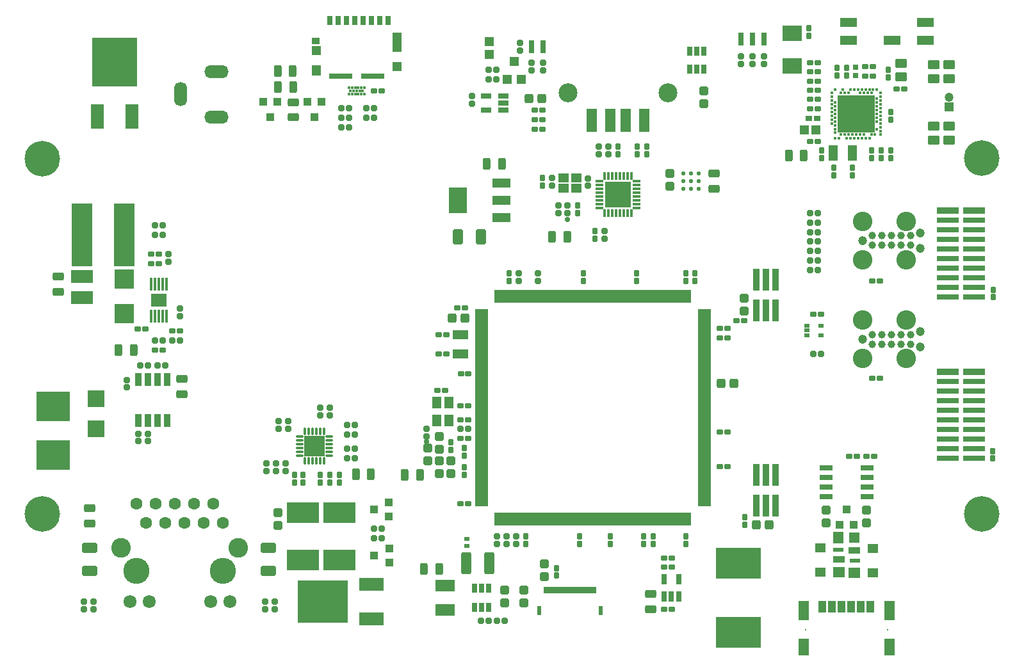
<source format=gts>
G04*
G04 #@! TF.GenerationSoftware,Altium Limited,Altium Designer,19.1.8 (144)*
G04*
G04 Layer_Color=8388736*
%FSLAX25Y25*%
%MOIN*%
G70*
G01*
G75*
%ADD11C,0.00787*%
%ADD122R,0.19488X0.19488*%
%ADD123C,0.01476*%
G04:AMPARAMS|DCode=124|XSize=15.75mil|YSize=37.4mil|CornerRadius=4.92mil|HoleSize=0mil|Usage=FLASHONLY|Rotation=90.000|XOffset=0mil|YOffset=0mil|HoleType=Round|Shape=RoundedRectangle|*
%AMROUNDEDRECTD124*
21,1,0.01575,0.02756,0,0,90.0*
21,1,0.00591,0.03740,0,0,90.0*
1,1,0.00984,0.01378,0.00295*
1,1,0.00984,0.01378,-0.00295*
1,1,0.00984,-0.01378,-0.00295*
1,1,0.00984,-0.01378,0.00295*
%
%ADD124ROUNDEDRECTD124*%
%ADD125R,0.10630X0.10630*%
G04:AMPARAMS|DCode=126|XSize=15.75mil|YSize=37.4mil|CornerRadius=4.92mil|HoleSize=0mil|Usage=FLASHONLY|Rotation=180.000|XOffset=0mil|YOffset=0mil|HoleType=Round|Shape=RoundedRectangle|*
%AMROUNDEDRECTD126*
21,1,0.01575,0.02756,0,0,180.0*
21,1,0.00591,0.03740,0,0,180.0*
1,1,0.00984,-0.00295,0.01378*
1,1,0.00984,0.00295,0.01378*
1,1,0.00984,0.00295,-0.01378*
1,1,0.00984,-0.00295,-0.01378*
%
%ADD126ROUNDEDRECTD126*%
%ADD127R,0.05524X0.03162*%
%ADD128R,0.03162X0.05524*%
%ADD129C,0.02178*%
%ADD130R,0.04737X0.04737*%
%ADD131R,0.01900X0.06600*%
%ADD132R,0.06600X0.01900*%
%ADD133R,0.03300X0.11400*%
%ADD134R,0.04147X0.04147*%
%ADD135R,0.05820X0.05820*%
%ADD136R,0.06115X0.03556*%
%ADD137R,0.05524X0.02375*%
%ADD138R,0.05820X0.05918*%
%ADD139R,0.06056X0.05328*%
%ADD140R,0.06056X0.05721*%
%ADD141R,0.03162X0.02375*%
G04:AMPARAMS|DCode=142|XSize=27.69mil|YSize=31.62mil|CornerRadius=5.97mil|HoleSize=0mil|Usage=FLASHONLY|Rotation=270.000|XOffset=0mil|YOffset=0mil|HoleType=Round|Shape=RoundedRectangle|*
%AMROUNDEDRECTD142*
21,1,0.02769,0.01968,0,0,270.0*
21,1,0.01575,0.03162,0,0,270.0*
1,1,0.01194,-0.00984,-0.00787*
1,1,0.01194,-0.00984,0.00787*
1,1,0.01194,0.00984,0.00787*
1,1,0.01194,0.00984,-0.00787*
%
%ADD142ROUNDEDRECTD142*%
%ADD143R,0.01824X0.04186*%
%ADD144R,0.05209X0.12139*%
G04:AMPARAMS|DCode=145|XSize=59.18mil|YSize=39.5mil|CornerRadius=7.94mil|HoleSize=0mil|Usage=FLASHONLY|Rotation=90.000|XOffset=0mil|YOffset=0mil|HoleType=Round|Shape=RoundedRectangle|*
%AMROUNDEDRECTD145*
21,1,0.05918,0.02362,0,0,90.0*
21,1,0.04331,0.03950,0,0,90.0*
1,1,0.01587,0.01181,0.02165*
1,1,0.01587,0.01181,-0.02165*
1,1,0.01587,-0.01181,-0.02165*
1,1,0.01587,-0.01181,0.02165*
%
%ADD145ROUNDEDRECTD145*%
%ADD146C,0.01666*%
G04:AMPARAMS|DCode=147|XSize=78.87mil|YSize=53.28mil|CornerRadius=9.66mil|HoleSize=0mil|Usage=FLASHONLY|Rotation=180.000|XOffset=0mil|YOffset=0mil|HoleType=Round|Shape=RoundedRectangle|*
%AMROUNDEDRECTD147*
21,1,0.07887,0.03396,0,0,180.0*
21,1,0.05955,0.05328,0,0,180.0*
1,1,0.01932,-0.02977,0.01698*
1,1,0.01932,0.02977,0.01698*
1,1,0.01932,0.02977,-0.01698*
1,1,0.01932,-0.02977,-0.01698*
%
%ADD147ROUNDEDRECTD147*%
%ADD148R,0.17493X0.15800*%
%ADD149R,0.12257X0.02965*%
%ADD150R,0.02769X0.04737*%
%ADD151R,0.03871X0.03635*%
%ADD152R,0.04934X0.05524*%
%ADD153R,0.04934X0.05131*%
%ADD154R,0.04934X0.04934*%
%ADD155R,0.04934X0.10209*%
%ADD156R,0.08674X0.08674*%
%ADD157R,0.04737X0.05131*%
G04:AMPARAMS|DCode=158|XSize=27.69mil|YSize=31.62mil|CornerRadius=5.97mil|HoleSize=0mil|Usage=FLASHONLY|Rotation=0.000|XOffset=0mil|YOffset=0mil|HoleType=Round|Shape=RoundedRectangle|*
%AMROUNDEDRECTD158*
21,1,0.02769,0.01968,0,0,0.0*
21,1,0.01575,0.03162,0,0,0.0*
1,1,0.01194,0.00787,-0.00984*
1,1,0.01194,-0.00787,-0.00984*
1,1,0.01194,-0.00787,0.00984*
1,1,0.01194,0.00787,0.00984*
%
%ADD158ROUNDEDRECTD158*%
%ADD159R,0.03162X0.05131*%
%ADD160R,0.23635X0.25210*%
%ADD161R,0.07099X0.12611*%
%ADD162R,0.03950X0.06312*%
%ADD163R,0.05524X0.09147*%
%ADD164R,0.05524X0.10249*%
%ADD165R,0.11036X0.33084*%
%ADD166R,0.12611X0.07099*%
%ADD167R,0.26391X0.22453*%
%ADD168R,0.04343X0.03950*%
%ADD169R,0.03162X0.02454*%
%ADD170R,0.10249X0.06312*%
%ADD171R,0.03162X0.05131*%
%ADD172R,0.04186X0.01824*%
%ADD173R,0.13792X0.13792*%
%ADD174R,0.09265X0.04540*%
%ADD175R,0.09265X0.13595*%
%ADD176R,0.07887X0.04737*%
%ADD177R,0.04737X0.07887*%
%ADD178R,0.05524X0.04737*%
%ADD179R,0.02965X0.02965*%
%ADD180R,0.16548X0.10642*%
%ADD181R,0.10249X0.08280*%
G04:AMPARAMS|DCode=182|XSize=59.18mil|YSize=39.5mil|CornerRadius=7.94mil|HoleSize=0mil|Usage=FLASHONLY|Rotation=180.000|XOffset=0mil|YOffset=0mil|HoleType=Round|Shape=RoundedRectangle|*
%AMROUNDEDRECTD182*
21,1,0.05918,0.02362,0,0,180.0*
21,1,0.04331,0.03950,0,0,180.0*
1,1,0.01587,-0.02165,0.01181*
1,1,0.01587,0.02165,0.01181*
1,1,0.01587,0.02165,-0.01181*
1,1,0.01587,-0.02165,-0.01181*
%
%ADD182ROUNDEDRECTD182*%
G04:AMPARAMS|DCode=183|XSize=63.12mil|YSize=47.37mil|CornerRadius=8.92mil|HoleSize=0mil|Usage=FLASHONLY|Rotation=180.000|XOffset=0mil|YOffset=0mil|HoleType=Round|Shape=RoundedRectangle|*
%AMROUNDEDRECTD183*
21,1,0.06312,0.02953,0,0,180.0*
21,1,0.04528,0.04737,0,0,180.0*
1,1,0.01784,-0.02264,0.01476*
1,1,0.01784,0.02264,0.01476*
1,1,0.01784,0.02264,-0.01476*
1,1,0.01784,-0.02264,-0.01476*
%
%ADD183ROUNDEDRECTD183*%
%ADD184R,0.04934X0.04737*%
%ADD185R,0.03753X0.03162*%
%ADD186R,0.11306X0.02959*%
%ADD187R,0.11400X0.03300*%
%ADD188R,0.23792X0.16312*%
%ADD189R,0.05131X0.05918*%
%ADD190R,0.03950X0.04343*%
G04:AMPARAMS|DCode=191|XSize=47.37mil|YSize=43.43mil|CornerRadius=8.43mil|HoleSize=0mil|Usage=FLASHONLY|Rotation=90.000|XOffset=0mil|YOffset=0mil|HoleType=Round|Shape=RoundedRectangle|*
%AMROUNDEDRECTD191*
21,1,0.04737,0.02657,0,0,90.0*
21,1,0.03051,0.04343,0,0,90.0*
1,1,0.01686,0.01329,0.01526*
1,1,0.01686,0.01329,-0.01526*
1,1,0.01686,-0.01329,-0.01526*
1,1,0.01686,-0.01329,0.01526*
%
%ADD191ROUNDEDRECTD191*%
G04:AMPARAMS|DCode=192|XSize=47.37mil|YSize=43.43mil|CornerRadius=8.43mil|HoleSize=0mil|Usage=FLASHONLY|Rotation=0.000|XOffset=0mil|YOffset=0mil|HoleType=Round|Shape=RoundedRectangle|*
%AMROUNDEDRECTD192*
21,1,0.04737,0.02657,0,0,0.0*
21,1,0.03051,0.04343,0,0,0.0*
1,1,0.01686,0.01526,-0.01329*
1,1,0.01686,-0.01526,-0.01329*
1,1,0.01686,-0.01526,0.01329*
1,1,0.01686,0.01526,0.01329*
%
%ADD192ROUNDEDRECTD192*%
%ADD193R,0.02769X0.03556*%
G04:AMPARAMS|DCode=194|XSize=31.62mil|YSize=31.62mil|CornerRadius=6.36mil|HoleSize=0mil|Usage=FLASHONLY|Rotation=0.000|XOffset=0mil|YOffset=0mil|HoleType=Round|Shape=RoundedRectangle|*
%AMROUNDEDRECTD194*
21,1,0.03162,0.01890,0,0,0.0*
21,1,0.01890,0.03162,0,0,0.0*
1,1,0.01272,0.00945,-0.00945*
1,1,0.01272,-0.00945,-0.00945*
1,1,0.01272,-0.00945,0.00945*
1,1,0.01272,0.00945,0.00945*
%
%ADD194ROUNDEDRECTD194*%
%ADD195R,0.05721X0.04658*%
%ADD196R,0.09855X0.09855*%
%ADD197R,0.08674X0.04737*%
G04:AMPARAMS|DCode=198|XSize=78.87mil|YSize=53.28mil|CornerRadius=9.66mil|HoleSize=0mil|Usage=FLASHONLY|Rotation=270.000|XOffset=0mil|YOffset=0mil|HoleType=Round|Shape=RoundedRectangle|*
%AMROUNDEDRECTD198*
21,1,0.07887,0.03396,0,0,270.0*
21,1,0.05955,0.05328,0,0,270.0*
1,1,0.01932,-0.01698,-0.02977*
1,1,0.01932,-0.01698,0.02977*
1,1,0.01932,0.01698,0.02977*
1,1,0.01932,0.01698,-0.02977*
%
%ADD198ROUNDEDRECTD198*%
G04:AMPARAMS|DCode=199|XSize=31.62mil|YSize=31.62mil|CornerRadius=6.36mil|HoleSize=0mil|Usage=FLASHONLY|Rotation=90.000|XOffset=0mil|YOffset=0mil|HoleType=Round|Shape=RoundedRectangle|*
%AMROUNDEDRECTD199*
21,1,0.03162,0.01890,0,0,90.0*
21,1,0.01890,0.03162,0,0,90.0*
1,1,0.01272,0.00945,0.00945*
1,1,0.01272,0.00945,-0.00945*
1,1,0.01272,-0.00945,-0.00945*
1,1,0.01272,-0.00945,0.00945*
%
%ADD199ROUNDEDRECTD199*%
%ADD200C,0.03900*%
%ADD201R,0.01981X0.03556*%
%ADD202R,0.01981X0.04737*%
%ADD203R,0.06902X0.03162*%
G04:AMPARAMS|DCode=204|XSize=114.3mil|YSize=53.28mil|CornerRadius=9.66mil|HoleSize=0mil|Usage=FLASHONLY|Rotation=270.000|XOffset=0mil|YOffset=0mil|HoleType=Round|Shape=RoundedRectangle|*
%AMROUNDEDRECTD204*
21,1,0.11430,0.03396,0,0,270.0*
21,1,0.09498,0.05328,0,0,270.0*
1,1,0.01932,-0.01698,-0.04749*
1,1,0.01932,-0.01698,0.04749*
1,1,0.01932,0.01698,0.04749*
1,1,0.01932,0.01698,-0.04749*
%
%ADD204ROUNDEDRECTD204*%
%ADD205R,0.11430X0.07099*%
%ADD206R,0.08202X0.06981*%
%ADD207R,0.01732X0.06850*%
%ADD208R,0.03556X0.06902*%
%ADD209C,0.18517*%
%ADD210C,0.06784*%
%ADD211C,0.10249*%
%ADD212C,0.13595*%
%ADD213C,0.06312*%
%ADD214C,0.00800*%
%ADD215C,0.04737*%
%ADD216C,0.09855*%
%ADD217C,0.04700*%
%ADD218C,0.10150*%
%ADD219O,0.06737X0.12674*%
%ADD220O,0.12674X0.06737*%
%ADD221C,0.02769*%
%ADD222C,0.01981*%
D11*
X175197Y295000D02*
G03*
X175197Y295000I-197J0D01*
G01*
X176772D02*
G03*
X176772Y295000I-197J0D01*
G01*
X178347D02*
G03*
X178347Y295000I-197J0D01*
G01*
X172047D02*
G03*
X172047Y295000I-197J0D01*
G01*
X173622D02*
G03*
X173622Y295000I-197J0D01*
G01*
X179134Y293425D02*
G03*
X179134Y293425I-197J0D01*
G01*
X177559D02*
G03*
X177559Y293425I-197J0D01*
G01*
X175984D02*
G03*
X175984Y293425I-197J0D01*
G01*
X174409D02*
G03*
X174409Y293425I-197J0D01*
G01*
X172835D02*
G03*
X172835Y293425I-197J0D01*
G01*
X171260D02*
G03*
X171260Y293425I-197J0D01*
G01*
X179134Y296575D02*
G03*
X179134Y296575I-197J0D01*
G01*
X177559D02*
G03*
X177559Y296575I-197J0D01*
G01*
X175984D02*
G03*
X175984Y296575I-197J0D01*
G01*
X174409D02*
G03*
X174409Y296575I-197J0D01*
G01*
X172835D02*
G03*
X172835Y296575I-197J0D01*
G01*
X171260D02*
G03*
X171260Y296575I-197J0D01*
G01*
D122*
X435000Y283000D02*
D03*
D123*
X447795Y293827D02*
D03*
Y291858D02*
D03*
Y289890D02*
D03*
Y287921D02*
D03*
Y285953D02*
D03*
Y283984D02*
D03*
Y282016D02*
D03*
Y280047D02*
D03*
Y278079D02*
D03*
Y276110D02*
D03*
Y274142D02*
D03*
Y272173D02*
D03*
X445827Y295795D02*
D03*
Y290874D02*
D03*
Y288906D02*
D03*
Y286937D02*
D03*
Y284968D02*
D03*
Y283000D02*
D03*
Y281031D02*
D03*
Y279063D02*
D03*
Y275126D02*
D03*
X444842Y272173D02*
D03*
X443858Y295795D02*
D03*
X442874Y293827D02*
D03*
Y272173D02*
D03*
X441890Y295795D02*
D03*
Y270205D02*
D03*
X440906Y293827D02*
D03*
X439921Y295795D02*
D03*
Y270205D02*
D03*
X438937Y293827D02*
D03*
Y272173D02*
D03*
X437953Y295795D02*
D03*
Y270205D02*
D03*
X436969Y293827D02*
D03*
Y272173D02*
D03*
X435984Y295795D02*
D03*
Y270205D02*
D03*
X435000Y272173D02*
D03*
X434016Y295795D02*
D03*
Y270205D02*
D03*
X433032Y272173D02*
D03*
X432047Y295795D02*
D03*
Y270205D02*
D03*
X431063Y293827D02*
D03*
Y272173D02*
D03*
X430079Y270205D02*
D03*
X429095Y293827D02*
D03*
Y272173D02*
D03*
X428110Y295795D02*
D03*
X427126Y272173D02*
D03*
X426142Y270205D02*
D03*
X427126Y293827D02*
D03*
X424173Y295795D02*
D03*
Y288906D02*
D03*
Y286937D02*
D03*
Y284968D02*
D03*
Y283000D02*
D03*
Y281031D02*
D03*
Y279063D02*
D03*
Y277095D02*
D03*
Y275126D02*
D03*
Y273158D02*
D03*
Y270205D02*
D03*
X422205Y293827D02*
D03*
Y289890D02*
D03*
Y287921D02*
D03*
Y285953D02*
D03*
Y283984D02*
D03*
Y282016D02*
D03*
Y280047D02*
D03*
Y278079D02*
D03*
Y291858D02*
D03*
D124*
X145323Y112953D02*
D03*
Y110984D02*
D03*
Y105079D02*
D03*
Y107047D02*
D03*
Y109016D02*
D03*
Y114921D02*
D03*
X160677D02*
D03*
Y112953D02*
D03*
Y110984D02*
D03*
Y109016D02*
D03*
Y107047D02*
D03*
Y105079D02*
D03*
D125*
X153000Y110000D02*
D03*
D126*
X148079Y117677D02*
D03*
X150047D02*
D03*
X152016D02*
D03*
X153984D02*
D03*
X155953D02*
D03*
X157921D02*
D03*
Y102323D02*
D03*
X155953D02*
D03*
X153984D02*
D03*
X152016D02*
D03*
X150047D02*
D03*
X148079D02*
D03*
D127*
X251528Y284864D02*
D03*
X242472Y292344D02*
D03*
Y284864D02*
D03*
X251528Y292344D02*
D03*
Y288604D02*
D03*
D128*
X338804Y31672D02*
D03*
X342544D02*
D03*
X335064Y40728D02*
D03*
X342544D02*
D03*
X335064Y31672D02*
D03*
D129*
X345067Y244063D02*
D03*
X349004D02*
D03*
X352941D02*
D03*
X345067Y248000D02*
D03*
X349000D02*
D03*
X352941D02*
D03*
X345067Y251937D02*
D03*
X349004D02*
D03*
X352941D02*
D03*
D130*
X257000Y310456D02*
D03*
X253260Y301007D02*
D03*
X260740D02*
D03*
X483213Y286500D02*
D03*
D131*
X247803Y187950D02*
D03*
X249772D02*
D03*
X251740D02*
D03*
X253709D02*
D03*
X255677D02*
D03*
X257646D02*
D03*
X259614D02*
D03*
X261583D02*
D03*
X263551D02*
D03*
X265520D02*
D03*
X267488D02*
D03*
X269457D02*
D03*
X271425D02*
D03*
X273394D02*
D03*
X275362D02*
D03*
X277331D02*
D03*
X279299D02*
D03*
X281268D02*
D03*
X283236D02*
D03*
X285205D02*
D03*
X287173D02*
D03*
X289142D02*
D03*
X291110D02*
D03*
X293079D02*
D03*
X295047D02*
D03*
X297016D02*
D03*
X298984D02*
D03*
X300953D02*
D03*
X302921D02*
D03*
X304890D02*
D03*
X306858D02*
D03*
X308827D02*
D03*
X310795D02*
D03*
X312764D02*
D03*
X314732D02*
D03*
X316701D02*
D03*
X318669D02*
D03*
X320638D02*
D03*
X322606D02*
D03*
X324575D02*
D03*
X326543D02*
D03*
X328512D02*
D03*
X330480D02*
D03*
X332449D02*
D03*
X334417D02*
D03*
X336386D02*
D03*
X338354D02*
D03*
X340323D02*
D03*
X342291D02*
D03*
X344260D02*
D03*
X346228D02*
D03*
X348197D02*
D03*
Y72050D02*
D03*
X346228D02*
D03*
X344260D02*
D03*
X342291D02*
D03*
X340323D02*
D03*
X338354D02*
D03*
X336386D02*
D03*
X334417D02*
D03*
X332449D02*
D03*
X330480D02*
D03*
X328512D02*
D03*
X326543D02*
D03*
X324575D02*
D03*
X322606D02*
D03*
X320638D02*
D03*
X318669D02*
D03*
X316701D02*
D03*
X314732D02*
D03*
X312764D02*
D03*
X310795D02*
D03*
X308827D02*
D03*
X306858D02*
D03*
X304890D02*
D03*
X302921D02*
D03*
X300953D02*
D03*
X298984D02*
D03*
X297016D02*
D03*
X295047D02*
D03*
X293079D02*
D03*
X291110D02*
D03*
X289142D02*
D03*
X287173D02*
D03*
X285205D02*
D03*
X283236D02*
D03*
X281268D02*
D03*
X279299D02*
D03*
X277331D02*
D03*
X275362D02*
D03*
X273394D02*
D03*
X271425D02*
D03*
X269457D02*
D03*
X267488D02*
D03*
X265520D02*
D03*
X263551D02*
D03*
X261583D02*
D03*
X259614D02*
D03*
X257646D02*
D03*
X255677D02*
D03*
X253709D02*
D03*
X251740D02*
D03*
X249772D02*
D03*
X247803D02*
D03*
D132*
X355950Y180197D02*
D03*
Y178228D02*
D03*
Y176260D02*
D03*
Y174291D02*
D03*
Y172323D02*
D03*
Y170354D02*
D03*
Y168386D02*
D03*
Y166417D02*
D03*
Y164449D02*
D03*
Y162480D02*
D03*
Y160512D02*
D03*
Y158543D02*
D03*
Y156575D02*
D03*
Y154606D02*
D03*
Y152638D02*
D03*
Y150669D02*
D03*
Y148701D02*
D03*
Y146732D02*
D03*
Y144764D02*
D03*
Y142795D02*
D03*
Y140827D02*
D03*
Y138858D02*
D03*
Y136890D02*
D03*
Y134921D02*
D03*
Y132953D02*
D03*
Y130984D02*
D03*
Y129016D02*
D03*
Y127047D02*
D03*
Y125079D02*
D03*
Y123110D02*
D03*
Y121142D02*
D03*
Y119173D02*
D03*
Y117205D02*
D03*
Y115236D02*
D03*
Y113268D02*
D03*
Y111299D02*
D03*
Y109331D02*
D03*
Y107362D02*
D03*
Y105394D02*
D03*
Y103425D02*
D03*
Y101457D02*
D03*
Y99488D02*
D03*
Y97520D02*
D03*
Y95551D02*
D03*
Y93583D02*
D03*
Y91614D02*
D03*
Y89646D02*
D03*
Y87677D02*
D03*
Y85709D02*
D03*
Y83740D02*
D03*
Y81772D02*
D03*
Y79803D02*
D03*
X240050D02*
D03*
Y81772D02*
D03*
Y83740D02*
D03*
Y85709D02*
D03*
Y87677D02*
D03*
Y89646D02*
D03*
Y91614D02*
D03*
Y93583D02*
D03*
Y95551D02*
D03*
Y97520D02*
D03*
Y99488D02*
D03*
Y101457D02*
D03*
Y103425D02*
D03*
Y105394D02*
D03*
Y107362D02*
D03*
Y109331D02*
D03*
Y111299D02*
D03*
Y113268D02*
D03*
Y115236D02*
D03*
Y117205D02*
D03*
Y119173D02*
D03*
Y121142D02*
D03*
Y123110D02*
D03*
Y125079D02*
D03*
Y127047D02*
D03*
Y129016D02*
D03*
Y130984D02*
D03*
Y132953D02*
D03*
Y134921D02*
D03*
Y136890D02*
D03*
Y138858D02*
D03*
Y140827D02*
D03*
Y142795D02*
D03*
Y144764D02*
D03*
Y146732D02*
D03*
Y148701D02*
D03*
Y150669D02*
D03*
Y152638D02*
D03*
Y154606D02*
D03*
Y156575D02*
D03*
Y158543D02*
D03*
Y160512D02*
D03*
Y162480D02*
D03*
Y164449D02*
D03*
Y166417D02*
D03*
Y168386D02*
D03*
Y170354D02*
D03*
Y172323D02*
D03*
Y174291D02*
D03*
Y176260D02*
D03*
Y178228D02*
D03*
Y180197D02*
D03*
D133*
X383000Y79100D02*
D03*
Y95100D02*
D03*
X388000Y79100D02*
D03*
Y95100D02*
D03*
X393000Y79100D02*
D03*
Y95100D02*
D03*
Y196500D02*
D03*
Y180500D02*
D03*
X388000Y196500D02*
D03*
Y180500D02*
D03*
X383000Y196500D02*
D03*
Y180500D02*
D03*
D134*
X426260Y69063D02*
D03*
X433740D02*
D03*
X430000Y76937D02*
D03*
D135*
X434114Y62448D02*
D03*
D136*
X433966Y55706D02*
D03*
X425895Y50982D02*
D03*
D137*
X434261Y50293D02*
D03*
X425600Y56100D02*
D03*
D138*
X425748Y62399D02*
D03*
D139*
X433996Y43994D02*
D03*
D140*
X425866Y44191D02*
D03*
D141*
X232200Y61572D02*
D03*
Y58028D02*
D03*
D142*
X411131Y309800D02*
D03*
X415068D02*
D03*
X231447Y182100D02*
D03*
X227509D02*
D03*
X229031Y131000D02*
D03*
X232968D02*
D03*
Y80000D02*
D03*
X229031D02*
D03*
X233169Y147500D02*
D03*
X229232D02*
D03*
X70031Y160000D02*
D03*
X73968D02*
D03*
X367969Y99400D02*
D03*
X364032D02*
D03*
Y117200D02*
D03*
X367969D02*
D03*
X447469Y145400D02*
D03*
X443532D02*
D03*
X367969Y171300D02*
D03*
X364032D02*
D03*
X335032Y25000D02*
D03*
X338968D02*
D03*
Y47000D02*
D03*
X335032D02*
D03*
Y51800D02*
D03*
X338968D02*
D03*
X372763Y175300D02*
D03*
X376700D02*
D03*
X267632Y275000D02*
D03*
X271568D02*
D03*
Y280000D02*
D03*
X267632D02*
D03*
Y285000D02*
D03*
X271568D02*
D03*
X364063Y166400D02*
D03*
X368000D02*
D03*
X228931Y123600D02*
D03*
X232869D02*
D03*
X220868Y139100D02*
D03*
X216932D02*
D03*
X187969Y295000D02*
D03*
X184031D02*
D03*
X415068Y285700D02*
D03*
X411131D02*
D03*
Y304900D02*
D03*
X415068D02*
D03*
Y295300D02*
D03*
X411131D02*
D03*
X82968Y170000D02*
D03*
X79031D02*
D03*
X72069Y210000D02*
D03*
X68132D02*
D03*
Y205000D02*
D03*
X72069D02*
D03*
X64969Y171000D02*
D03*
X61032D02*
D03*
X440531Y104500D02*
D03*
X444468D02*
D03*
X431531D02*
D03*
X435468D02*
D03*
X416669Y178600D02*
D03*
X412732D02*
D03*
X460069Y295900D02*
D03*
X456132D02*
D03*
X415068Y300100D02*
D03*
X411131D02*
D03*
X415068Y290500D02*
D03*
X411131D02*
D03*
X411031Y268800D02*
D03*
X414968D02*
D03*
X443532Y196000D02*
D03*
X447469D02*
D03*
X439732Y307500D02*
D03*
X443669D02*
D03*
X439732Y302700D02*
D03*
X443669D02*
D03*
X221669Y168000D02*
D03*
X217731D02*
D03*
Y158000D02*
D03*
X221669D02*
D03*
X232968Y114000D02*
D03*
X229031D02*
D03*
D143*
X313953Y250587D02*
D03*
X315921D02*
D03*
X304110Y231413D02*
D03*
X306079D02*
D03*
X308047D02*
D03*
X310016D02*
D03*
X311984D02*
D03*
X313953D02*
D03*
X315921D02*
D03*
X317890D02*
D03*
Y250587D02*
D03*
X311984D02*
D03*
X310016D02*
D03*
X308047D02*
D03*
X306079D02*
D03*
X304110D02*
D03*
D144*
X307063Y279748D02*
D03*
X314937D02*
D03*
X297220D02*
D03*
X324780D02*
D03*
D145*
X217937Y46000D02*
D03*
X210063D02*
D03*
X51000Y160000D02*
D03*
X58874D02*
D03*
X250637Y257000D02*
D03*
X242763D02*
D03*
X200063Y95000D02*
D03*
X207937D02*
D03*
X284637Y218969D02*
D03*
X276763D02*
D03*
X182437Y95200D02*
D03*
X174563D02*
D03*
X141837Y305400D02*
D03*
X133963D02*
D03*
X134063Y297000D02*
D03*
X141937D02*
D03*
X399963Y261300D02*
D03*
X407837D02*
D03*
D146*
X175000Y295000D02*
D03*
X176575D02*
D03*
X178150D02*
D03*
X171850D02*
D03*
X173425D02*
D03*
X178937Y293425D02*
D03*
X177362D02*
D03*
X175787D02*
D03*
X174213D02*
D03*
X172638D02*
D03*
X171063D02*
D03*
X178937Y296575D02*
D03*
X177362D02*
D03*
X175787D02*
D03*
X174213D02*
D03*
X172638D02*
D03*
X171063D02*
D03*
D147*
X35893Y56906D02*
D03*
Y45094D02*
D03*
X129000Y56906D02*
D03*
Y45094D02*
D03*
D148*
X17000Y130559D02*
D03*
Y105441D02*
D03*
D149*
X166831Y302761D02*
D03*
X183465D02*
D03*
D150*
X161024Y331600D02*
D03*
X165355D02*
D03*
X169686D02*
D03*
X174016D02*
D03*
X178347D02*
D03*
X182678D02*
D03*
X187009D02*
D03*
X191339D02*
D03*
D151*
X153824Y320852D02*
D03*
D152*
X154024Y305698D02*
D03*
D153*
X196024Y307722D02*
D03*
D154*
X154024Y316049D02*
D03*
D155*
X196024Y320458D02*
D03*
D156*
X39400Y118952D02*
D03*
Y134700D02*
D03*
D157*
X244000Y313953D02*
D03*
Y320647D02*
D03*
D158*
X351000Y196007D02*
D03*
Y199943D02*
D03*
X329500Y59031D02*
D03*
Y62968D02*
D03*
X231000Y108968D02*
D03*
Y105032D02*
D03*
X320638Y199943D02*
D03*
Y196007D02*
D03*
X224000Y111969D02*
D03*
Y108031D02*
D03*
X231000Y98968D02*
D03*
Y95031D02*
D03*
X263000Y59031D02*
D03*
Y62968D02*
D03*
X291000D02*
D03*
Y59031D02*
D03*
X346200D02*
D03*
Y62968D02*
D03*
X306900D02*
D03*
Y59031D02*
D03*
X346228Y196007D02*
D03*
Y199943D02*
D03*
X506000Y107468D02*
D03*
Y103532D02*
D03*
X279111Y42531D02*
D03*
Y46468D02*
D03*
X271864Y245632D02*
D03*
Y249569D02*
D03*
X324500Y59031D02*
D03*
Y62968D02*
D03*
X321000Y262032D02*
D03*
Y265968D02*
D03*
X326000D02*
D03*
Y262032D02*
D03*
X299000Y221969D02*
D03*
Y218032D02*
D03*
X289900Y231432D02*
D03*
Y235368D02*
D03*
X311000Y262032D02*
D03*
Y265968D02*
D03*
X417000Y260032D02*
D03*
Y263968D02*
D03*
X429913Y303000D02*
D03*
Y306937D02*
D03*
X161000Y91031D02*
D03*
Y94968D02*
D03*
X423200Y254969D02*
D03*
Y251031D02*
D03*
X433000D02*
D03*
Y254969D02*
D03*
X443100Y260032D02*
D03*
Y263968D02*
D03*
X453000D02*
D03*
Y260032D02*
D03*
X448000Y263968D02*
D03*
Y260032D02*
D03*
X453000Y283968D02*
D03*
Y280031D02*
D03*
X410400Y323731D02*
D03*
Y327668D02*
D03*
X425000Y306968D02*
D03*
Y303031D02*
D03*
X506500Y191469D02*
D03*
Y187531D02*
D03*
X377100Y69100D02*
D03*
Y73037D02*
D03*
X451600Y305869D02*
D03*
Y301932D02*
D03*
X156000Y91031D02*
D03*
Y94968D02*
D03*
X147000D02*
D03*
Y91031D02*
D03*
X142700D02*
D03*
Y94968D02*
D03*
X166000D02*
D03*
Y91031D02*
D03*
X293000Y199943D02*
D03*
Y196007D02*
D03*
X254500D02*
D03*
Y199943D02*
D03*
D159*
X355740Y306276D02*
D03*
X352000D02*
D03*
X348260D02*
D03*
Y315724D02*
D03*
X352000D02*
D03*
X355740D02*
D03*
D160*
X49100Y309900D02*
D03*
D161*
X40104Y281632D02*
D03*
X58096D02*
D03*
D162*
X437500Y26327D02*
D03*
X422500D02*
D03*
X442500Y26327D02*
D03*
X417500D02*
D03*
X427500Y26327D02*
D03*
X432500D02*
D03*
D163*
X452382Y5224D02*
D03*
X407618D02*
D03*
D164*
X452382Y24358D02*
D03*
X407618D02*
D03*
D165*
X31976Y220000D02*
D03*
X54024D02*
D03*
D166*
X182598Y37996D02*
D03*
Y20004D02*
D03*
D167*
X157402Y29000D02*
D03*
D168*
X183963Y77000D02*
D03*
X191837Y73260D02*
D03*
Y80740D02*
D03*
X191937Y56740D02*
D03*
Y49260D02*
D03*
X184063Y53000D02*
D03*
D169*
X409220Y172718D02*
D03*
X416700Y167600D02*
D03*
Y172718D02*
D03*
X409220Y167600D02*
D03*
Y170159D02*
D03*
D170*
X221000Y37299D02*
D03*
Y24701D02*
D03*
D171*
X240000Y25882D02*
D03*
X243740D02*
D03*
X236260Y36118D02*
D03*
X243740D02*
D03*
X236260Y25882D02*
D03*
X240000Y36118D02*
D03*
D172*
X320587Y234110D02*
D03*
Y236079D02*
D03*
Y238047D02*
D03*
Y240016D02*
D03*
Y241984D02*
D03*
Y243953D02*
D03*
Y245921D02*
D03*
Y247890D02*
D03*
X301413D02*
D03*
Y245921D02*
D03*
Y243953D02*
D03*
Y241984D02*
D03*
Y240016D02*
D03*
Y238047D02*
D03*
Y236079D02*
D03*
Y234110D02*
D03*
D173*
X311000Y241000D02*
D03*
D174*
X250417Y228945D02*
D03*
Y247055D02*
D03*
Y238000D02*
D03*
D175*
X227583D02*
D03*
D176*
X229000Y158079D02*
D03*
Y167921D02*
D03*
D177*
X423079Y262500D02*
D03*
X432921D02*
D03*
D178*
X282653Y249559D02*
D03*
X289347D02*
D03*
Y244441D02*
D03*
X282653D02*
D03*
D179*
X434800Y302835D02*
D03*
Y307165D02*
D03*
D180*
X147000Y50598D02*
D03*
Y75402D02*
D03*
X166000D02*
D03*
Y50598D02*
D03*
D181*
X401700Y324865D02*
D03*
Y307935D02*
D03*
D182*
X35893Y77588D02*
D03*
Y69714D02*
D03*
X19700Y198237D02*
D03*
Y190363D02*
D03*
X361000Y251937D02*
D03*
Y244063D02*
D03*
X328000Y25063D02*
D03*
Y32937D02*
D03*
X84000Y137063D02*
D03*
Y144937D02*
D03*
X142000Y289137D02*
D03*
Y281263D02*
D03*
D183*
X475200Y276543D02*
D03*
Y269457D02*
D03*
Y308543D02*
D03*
Y301457D02*
D03*
X458200Y309443D02*
D03*
Y302357D02*
D03*
X483200Y269457D02*
D03*
Y276543D02*
D03*
Y301457D02*
D03*
Y308543D02*
D03*
D184*
X408047Y274700D02*
D03*
X413953D02*
D03*
D185*
X410400Y280700D02*
D03*
X414731D02*
D03*
D186*
X496449Y103500D02*
D03*
Y108500D02*
D03*
Y113500D02*
D03*
Y118500D02*
D03*
Y123500D02*
D03*
Y128500D02*
D03*
Y133500D02*
D03*
Y138500D02*
D03*
Y143500D02*
D03*
X482551Y103500D02*
D03*
Y108500D02*
D03*
Y113500D02*
D03*
Y118500D02*
D03*
Y123500D02*
D03*
Y128500D02*
D03*
Y133500D02*
D03*
Y138500D02*
D03*
Y143500D02*
D03*
Y227500D02*
D03*
Y222500D02*
D03*
Y217500D02*
D03*
Y212500D02*
D03*
Y207500D02*
D03*
Y202500D02*
D03*
Y197500D02*
D03*
Y192500D02*
D03*
Y187500D02*
D03*
X496449Y227500D02*
D03*
Y222500D02*
D03*
Y217500D02*
D03*
Y212500D02*
D03*
Y207500D02*
D03*
Y202500D02*
D03*
Y197500D02*
D03*
Y192500D02*
D03*
Y187500D02*
D03*
D187*
Y148500D02*
D03*
X482551D02*
D03*
Y232500D02*
D03*
X496449D02*
D03*
D188*
X373800Y12988D02*
D03*
Y49012D02*
D03*
D189*
X223150Y132528D02*
D03*
Y123472D02*
D03*
X216850D02*
D03*
Y132528D02*
D03*
D190*
X149260Y289237D02*
D03*
X156740D02*
D03*
X153000Y281363D02*
D03*
X130000Y281463D02*
D03*
X133740Y289337D02*
D03*
X126260D02*
D03*
D191*
X224753Y176600D02*
D03*
X231447D02*
D03*
X364653Y142700D02*
D03*
X371346D02*
D03*
X271346Y291000D02*
D03*
X264653D02*
D03*
X389647Y69100D02*
D03*
X382954D02*
D03*
D192*
X218000Y108153D02*
D03*
Y114847D02*
D03*
X224000Y95653D02*
D03*
Y102347D02*
D03*
X262000Y35000D02*
D03*
Y28307D02*
D03*
X252100Y28207D02*
D03*
Y34900D02*
D03*
X272600Y41954D02*
D03*
Y48646D02*
D03*
X338100Y245153D02*
D03*
Y251847D02*
D03*
X355700Y288213D02*
D03*
Y294906D02*
D03*
X376700Y187047D02*
D03*
Y180353D02*
D03*
X134000Y75346D02*
D03*
Y68654D02*
D03*
X440500Y70053D02*
D03*
Y76746D02*
D03*
X419500Y70053D02*
D03*
Y76746D02*
D03*
X211900Y109046D02*
D03*
Y102354D02*
D03*
X218000Y95653D02*
D03*
Y102347D02*
D03*
D193*
X272000Y319772D02*
D03*
Y316228D02*
D03*
X266000D02*
D03*
Y319772D02*
D03*
X387000Y320228D02*
D03*
Y323772D02*
D03*
X381000D02*
D03*
Y320228D02*
D03*
X375000D02*
D03*
Y323772D02*
D03*
D194*
X234900Y292369D02*
D03*
Y288432D02*
D03*
X387000Y309032D02*
D03*
Y312968D02*
D03*
X381000Y309032D02*
D03*
Y312968D02*
D03*
X375000Y309032D02*
D03*
Y312968D02*
D03*
X279883Y235347D02*
D03*
Y231410D02*
D03*
X284783D02*
D03*
Y235347D02*
D03*
X295500Y249468D02*
D03*
Y245532D02*
D03*
X276664Y249569D02*
D03*
Y245632D02*
D03*
X304000Y218032D02*
D03*
Y221969D02*
D03*
X301000Y262032D02*
D03*
Y265968D02*
D03*
X306000Y262032D02*
D03*
Y265968D02*
D03*
X260000Y316032D02*
D03*
Y319969D02*
D03*
X272000Y309668D02*
D03*
Y305732D02*
D03*
X266000D02*
D03*
Y309668D02*
D03*
X33000Y28969D02*
D03*
Y25032D02*
D03*
X38000Y28969D02*
D03*
Y25032D02*
D03*
X127472Y28969D02*
D03*
Y25032D02*
D03*
X132500Y28969D02*
D03*
Y25032D02*
D03*
X269500Y196031D02*
D03*
Y199969D02*
D03*
X259500D02*
D03*
Y196031D02*
D03*
X211400Y118968D02*
D03*
Y115032D02*
D03*
X138000Y100969D02*
D03*
Y97031D02*
D03*
X128000D02*
D03*
Y100969D02*
D03*
X133000Y97031D02*
D03*
Y100969D02*
D03*
X134500Y122968D02*
D03*
Y119032D02*
D03*
X139500Y122968D02*
D03*
Y119032D02*
D03*
X248000Y62968D02*
D03*
Y59031D02*
D03*
X258000Y62968D02*
D03*
Y59031D02*
D03*
X253000Y62968D02*
D03*
Y59031D02*
D03*
X161000Y129969D02*
D03*
Y126031D02*
D03*
X156000Y129969D02*
D03*
Y126031D02*
D03*
X77100Y206031D02*
D03*
Y209968D02*
D03*
X55500Y144468D02*
D03*
Y140532D02*
D03*
X66500Y116469D02*
D03*
Y112531D02*
D03*
X61500Y116469D02*
D03*
Y112531D02*
D03*
X83000Y177732D02*
D03*
Y181668D02*
D03*
D195*
X416200Y44161D02*
D03*
Y56839D02*
D03*
X443739Y56631D02*
D03*
Y43954D02*
D03*
D196*
X54000Y196858D02*
D03*
Y179142D02*
D03*
D197*
X431118Y330528D02*
D03*
Y321472D02*
D03*
X453559D02*
D03*
X470882D02*
D03*
Y330528D02*
D03*
D198*
X239605Y219000D02*
D03*
X227795D02*
D03*
D199*
X243831Y306000D02*
D03*
X247768D02*
D03*
Y301000D02*
D03*
X243831D02*
D03*
X183968Y286000D02*
D03*
X180032D02*
D03*
X183968Y281000D02*
D03*
X180032D02*
D03*
X167032Y276000D02*
D03*
X170968D02*
D03*
X167032Y281000D02*
D03*
X170968D02*
D03*
X167032Y286000D02*
D03*
X170968D02*
D03*
X232968Y119000D02*
D03*
X229031D02*
D03*
X75468Y152000D02*
D03*
X71531D02*
D03*
X173969Y108500D02*
D03*
X170031D02*
D03*
Y116000D02*
D03*
X173969D02*
D03*
Y103500D02*
D03*
X170031D02*
D03*
X173969Y121000D02*
D03*
X170031D02*
D03*
X184031Y67000D02*
D03*
X187969D02*
D03*
X414968Y201700D02*
D03*
X411031D02*
D03*
X414968Y221300D02*
D03*
X411031D02*
D03*
X414968Y206600D02*
D03*
X411031D02*
D03*
X414968Y216500D02*
D03*
X411031D02*
D03*
X414968Y226300D02*
D03*
X411031D02*
D03*
X414968Y231200D02*
D03*
X411031D02*
D03*
X414968Y211500D02*
D03*
X411031D02*
D03*
X416600Y157900D02*
D03*
X412663D02*
D03*
X187969Y62000D02*
D03*
X184031D02*
D03*
X248031Y19000D02*
D03*
X251969D02*
D03*
X243669D02*
D03*
X239732D02*
D03*
X70031Y165000D02*
D03*
X73968D02*
D03*
X70031Y220000D02*
D03*
X73968D02*
D03*
Y225000D02*
D03*
X70031D02*
D03*
X79031Y165000D02*
D03*
X82968D02*
D03*
X62532Y151976D02*
D03*
X66469D02*
D03*
D200*
X448500Y163000D02*
D03*
Y168000D02*
D03*
X453500Y163000D02*
D03*
Y168000D02*
D03*
X458500Y163000D02*
D03*
Y168000D02*
D03*
X463500D02*
D03*
Y163000D02*
D03*
X443500Y168000D02*
D03*
Y163000D02*
D03*
Y214500D02*
D03*
Y219500D02*
D03*
X463500Y214500D02*
D03*
Y219500D02*
D03*
X458500D02*
D03*
Y214500D02*
D03*
X453500Y219500D02*
D03*
Y214500D02*
D03*
X448500Y219500D02*
D03*
Y214500D02*
D03*
D201*
X292890Y34905D02*
D03*
X294859D02*
D03*
X288953D02*
D03*
X290922D02*
D03*
X279111D02*
D03*
X285016D02*
D03*
X277142D02*
D03*
X286985D02*
D03*
X283048D02*
D03*
X281079D02*
D03*
X275174D02*
D03*
X273205D02*
D03*
X296827D02*
D03*
X298796D02*
D03*
D202*
X270095Y24472D02*
D03*
X301906D02*
D03*
D203*
X440630Y83500D02*
D03*
Y88500D02*
D03*
Y93500D02*
D03*
Y98500D02*
D03*
X419370Y83500D02*
D03*
Y88500D02*
D03*
Y93500D02*
D03*
Y98500D02*
D03*
D204*
X243905Y49000D02*
D03*
X232095D02*
D03*
D205*
X31976Y198212D02*
D03*
Y187188D02*
D03*
D206*
X72000Y186000D02*
D03*
D207*
X75937Y194267D02*
D03*
X73968D02*
D03*
X72000D02*
D03*
X70031D02*
D03*
X68063D02*
D03*
X75937Y177732D02*
D03*
X73968D02*
D03*
X72000D02*
D03*
X70031D02*
D03*
X68063D02*
D03*
D208*
X61500Y123272D02*
D03*
X66500D02*
D03*
X71500D02*
D03*
X76500D02*
D03*
Y144728D02*
D03*
X71500D02*
D03*
X66500D02*
D03*
X61500D02*
D03*
D209*
X500492Y259842D02*
D03*
Y74803D02*
D03*
X11319Y259744D02*
D03*
Y74803D02*
D03*
D210*
X109103Y28819D02*
D03*
X56898D02*
D03*
X99103D02*
D03*
X66898D02*
D03*
D211*
X113493Y56890D02*
D03*
X52508D02*
D03*
D212*
X105501Y44882D02*
D03*
X60501D02*
D03*
D213*
X105501Y69882D02*
D03*
X95501D02*
D03*
X100501Y79882D02*
D03*
X90501D02*
D03*
X65501Y69882D02*
D03*
X75501D02*
D03*
X85501D02*
D03*
X80501Y79882D02*
D03*
X70501D02*
D03*
X60501D02*
D03*
D214*
X451201Y14319D02*
D03*
X408799D02*
D03*
D215*
X483213Y291500D02*
D03*
D216*
X285134Y293843D02*
D03*
X336866D02*
D03*
D217*
X438500Y165500D02*
D03*
X468500Y169496D02*
D03*
Y161504D02*
D03*
Y213004D02*
D03*
Y220996D02*
D03*
X438500Y217000D02*
D03*
D218*
Y175500D02*
D03*
Y155500D02*
D03*
X461000Y175500D02*
D03*
Y155500D02*
D03*
Y207000D02*
D03*
Y227000D02*
D03*
X438500Y207000D02*
D03*
Y227000D02*
D03*
D219*
X83496Y293220D02*
D03*
D220*
X102000Y305031D02*
D03*
Y281410D02*
D03*
D221*
X211469Y112400D02*
D03*
X284783Y228000D02*
D03*
D222*
X72000Y186000D02*
D03*
X69638Y184228D02*
D03*
X74362D02*
D03*
Y187771D02*
D03*
X69638D02*
D03*
M02*

</source>
